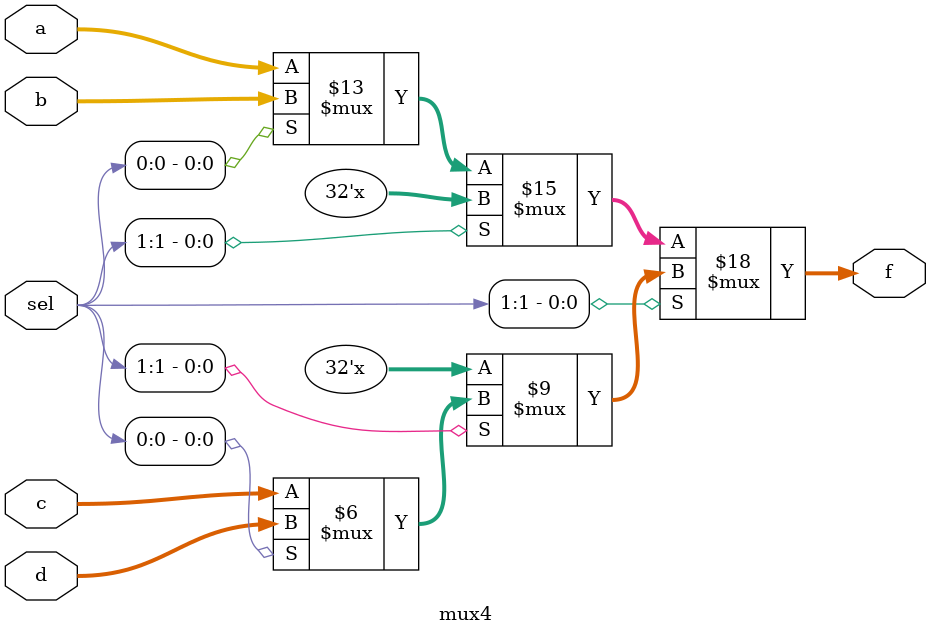
<source format=sv>
module mux4 #(parameter width = 32)
(
input [1:0]sel,
input [width-1:0] a, b, c, d,
output logic [width-1:0] f
);

always_comb
begin
if (sel[1] == 0)
	if (sel[0] == 0)
		f = a;
	else f = b;
else
	if (sel[0] == 0)
		f = c;
	else f = d;
end

endmodule: mux4
</source>
